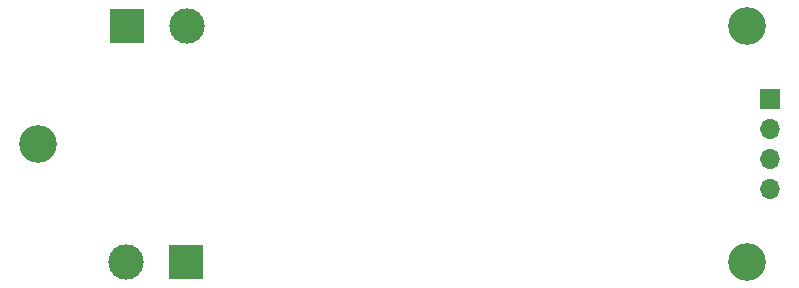
<source format=gbr>
G04 #@! TF.GenerationSoftware,KiCad,Pcbnew,5.1.10-88a1d61d58~90~ubuntu21.04.1*
G04 #@! TF.CreationDate,2021-08-24T09:46:03+02:00*
G04 #@! TF.ProjectId,Detector_SMD_AD,44657465-6374-46f7-925f-534d445f4144,rev?*
G04 #@! TF.SameCoordinates,Original*
G04 #@! TF.FileFunction,Soldermask,Bot*
G04 #@! TF.FilePolarity,Negative*
%FSLAX46Y46*%
G04 Gerber Fmt 4.6, Leading zero omitted, Abs format (unit mm)*
G04 Created by KiCad (PCBNEW 5.1.10-88a1d61d58~90~ubuntu21.04.1) date 2021-08-24 09:46:03*
%MOMM*%
%LPD*%
G01*
G04 APERTURE LIST*
%ADD10O,1.700000X1.700000*%
%ADD11R,1.700000X1.700000*%
%ADD12C,3.200000*%
%ADD13C,3.000000*%
%ADD14R,3.000000X3.000000*%
G04 APERTURE END LIST*
D10*
X107000000Y-53830000D03*
X107000000Y-51290000D03*
X107000000Y-48750000D03*
D11*
X107000000Y-46210000D03*
D12*
X105000000Y-60000000D03*
X105000000Y-40000000D03*
X45000000Y-50000000D03*
D13*
X57580000Y-40000000D03*
D14*
X52500000Y-40000000D03*
D13*
X52420000Y-60000000D03*
D14*
X57500000Y-60000000D03*
M02*

</source>
